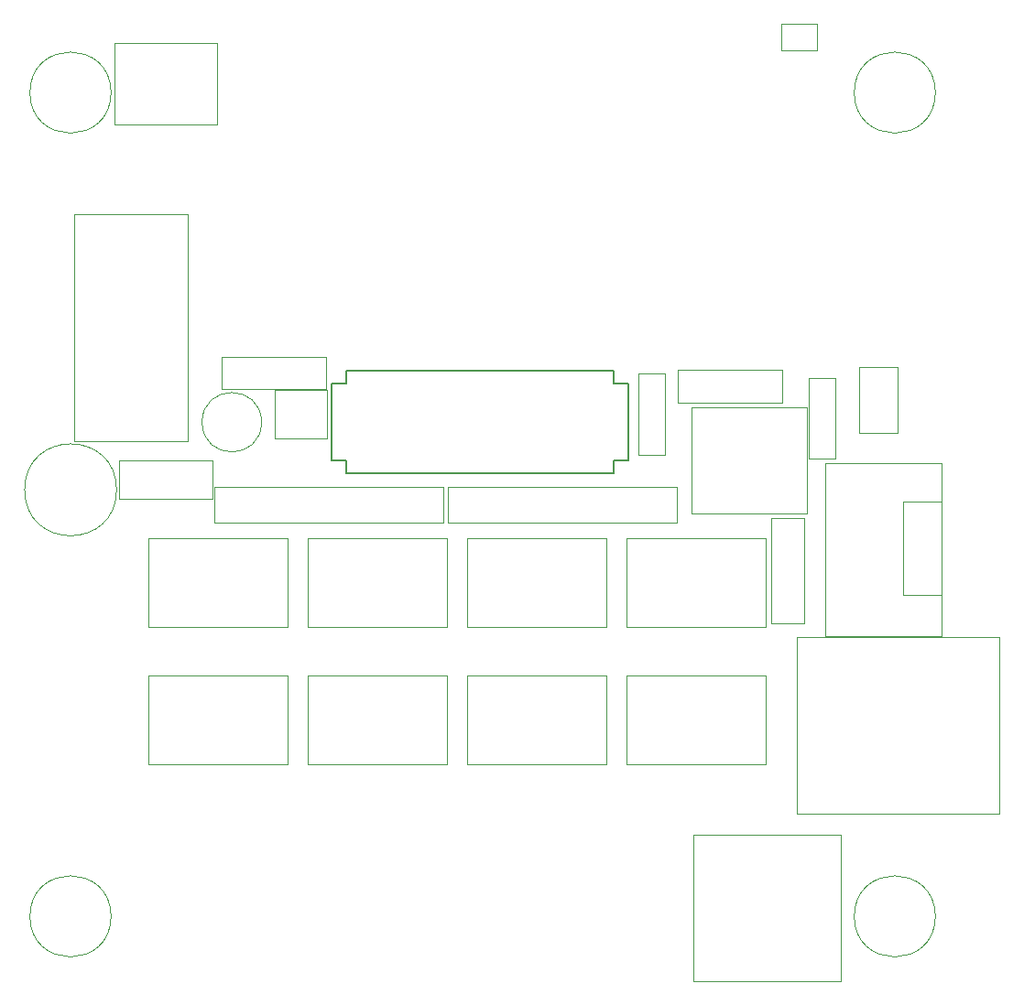
<source format=gbr>
G04 #@! TF.GenerationSoftware,KiCad,Pcbnew,(5.1.9)-1*
G04 #@! TF.CreationDate,2021-05-12T23:26:12-04:00*
G04 #@! TF.ProjectId,ESP32_Controller,45535033-325f-4436-9f6e-74726f6c6c65,v1.2*
G04 #@! TF.SameCoordinates,Original*
G04 #@! TF.FileFunction,Other,User*
%FSLAX46Y46*%
G04 Gerber Fmt 4.6, Leading zero omitted, Abs format (unit mm)*
G04 Created by KiCad (PCBNEW (5.1.9)-1) date 2021-05-12 23:26:12*
%MOMM*%
%LPD*%
G01*
G04 APERTURE LIST*
%ADD10C,0.050000*%
%ADD11C,0.152400*%
G04 APERTURE END LIST*
D10*
X133000000Y-85300000D02*
X124350000Y-85300000D01*
X124350000Y-85300000D02*
X124350000Y-88900000D01*
X124350000Y-88900000D02*
X133000000Y-88900000D01*
X133000000Y-88900000D02*
X133000000Y-85300000D01*
X188858400Y-47439900D02*
X185558400Y-47439900D01*
X188858400Y-47439900D02*
X188858400Y-44939900D01*
X185558400Y-44939900D02*
X185558400Y-47439900D01*
X185558400Y-44939900D02*
X188858400Y-44939900D01*
X200428000Y-97812000D02*
X196878000Y-97812000D01*
X196878000Y-97812000D02*
X196878000Y-89162000D01*
X196878000Y-89162000D02*
X200428000Y-89162000D01*
X200428000Y-89162000D02*
X200428000Y-97812000D01*
X186992000Y-118010000D02*
X186992000Y-101700000D01*
X186992000Y-118010000D02*
X205732000Y-118010000D01*
X205732000Y-101700000D02*
X186992000Y-101700000D01*
X205732000Y-101700000D02*
X205732000Y-118010000D01*
X175988000Y-76986000D02*
X175988000Y-79986000D01*
X175988000Y-79986000D02*
X185708000Y-79986000D01*
X185708000Y-79986000D02*
X185708000Y-76986000D01*
X185708000Y-76986000D02*
X175988000Y-76986000D01*
X138753200Y-78826800D02*
X138753200Y-83326800D01*
X138753200Y-83326800D02*
X143603200Y-83326800D01*
X143603200Y-83326800D02*
X143603200Y-78826800D01*
X143603200Y-78826800D02*
X138753200Y-78826800D01*
X143544000Y-78754100D02*
X143544000Y-75754100D01*
X143544000Y-75754100D02*
X133824000Y-75754100D01*
X133824000Y-75754100D02*
X133824000Y-78754100D01*
X133824000Y-78754100D02*
X143544000Y-78754100D01*
X192764000Y-82786000D02*
X192764000Y-76686000D01*
X196314000Y-82786000D02*
X192764000Y-82786000D01*
X196314000Y-76686000D02*
X196314000Y-82786000D01*
X192764000Y-76686000D02*
X196314000Y-76686000D01*
X133476000Y-47010000D02*
X133476000Y-54010000D01*
X133226000Y-54260000D02*
X124226000Y-54260000D01*
X123976000Y-54010000D02*
X123976000Y-47010000D01*
X124226000Y-46760000D02*
X133226000Y-46760000D01*
X123976000Y-54260000D02*
X124226000Y-54260000D01*
X123976000Y-54010000D02*
X123976000Y-54260000D01*
X123976000Y-46760000D02*
X124226000Y-46760000D01*
X123976000Y-47010000D02*
X123976000Y-46760000D01*
X133476000Y-46760000D02*
X133476000Y-47010000D01*
X133226000Y-46760000D02*
X133476000Y-46760000D01*
X133476000Y-54260000D02*
X133476000Y-54010000D01*
X133226000Y-54260000D02*
X133476000Y-54260000D01*
X187986000Y-80434000D02*
X177286000Y-80434000D01*
X177286000Y-80434000D02*
X177286000Y-90234000D01*
X177286000Y-90234000D02*
X187986000Y-90234000D01*
X187986000Y-90234000D02*
X187986000Y-80434000D01*
X184682000Y-100364000D02*
X187682000Y-100364000D01*
X187682000Y-100364000D02*
X187682000Y-90644000D01*
X187682000Y-90644000D02*
X184682000Y-90644000D01*
X184682000Y-90644000D02*
X184682000Y-100364000D01*
X189616000Y-101552000D02*
X200426000Y-101552000D01*
X200426000Y-101552000D02*
X200426000Y-85552000D01*
X200426000Y-85552000D02*
X189616000Y-85552000D01*
X189616000Y-85552000D02*
X189616000Y-101552000D01*
X188107000Y-85197000D02*
X190607000Y-85197000D01*
X190607000Y-85197000D02*
X190607000Y-77697000D01*
X190607000Y-77697000D02*
X188107000Y-77697000D01*
X188107000Y-77697000D02*
X188107000Y-85197000D01*
X120226000Y-62586000D02*
X120226000Y-83546000D01*
X120226000Y-83546000D02*
X130726000Y-83546000D01*
X130726000Y-83546000D02*
X130726000Y-62586000D01*
X130726000Y-62586000D02*
X120226000Y-62586000D01*
X127098000Y-105232000D02*
X127098000Y-113482000D01*
X127098000Y-113482000D02*
X139998000Y-113482000D01*
X139998000Y-113482000D02*
X139998000Y-105232000D01*
X139998000Y-105232000D02*
X127098000Y-105232000D01*
X156562000Y-105232000D02*
X156562000Y-113482000D01*
X156562000Y-113482000D02*
X169462000Y-113482000D01*
X169462000Y-113482000D02*
X169462000Y-105232000D01*
X169462000Y-105232000D02*
X156562000Y-105232000D01*
X141830000Y-105232000D02*
X141830000Y-113482000D01*
X141830000Y-113482000D02*
X154730000Y-113482000D01*
X154730000Y-113482000D02*
X154730000Y-105232000D01*
X154730000Y-105232000D02*
X141830000Y-105232000D01*
X171294000Y-105232000D02*
X171294000Y-113482000D01*
X171294000Y-113482000D02*
X184194000Y-113482000D01*
X184194000Y-113482000D02*
X184194000Y-105232000D01*
X184194000Y-105232000D02*
X171294000Y-105232000D01*
X154764000Y-87758000D02*
X154764000Y-91058000D01*
X154764000Y-91058000D02*
X175964000Y-91058000D01*
X175964000Y-91058000D02*
X175964000Y-87758000D01*
X175964000Y-87758000D02*
X154764000Y-87758000D01*
X133174000Y-87758000D02*
X133174000Y-91058000D01*
X133174000Y-91058000D02*
X154374000Y-91058000D01*
X154374000Y-91058000D02*
X154374000Y-87758000D01*
X154374000Y-87758000D02*
X133174000Y-87758000D01*
X172359000Y-84816000D02*
X174859000Y-84816000D01*
X174859000Y-84816000D02*
X174859000Y-77316000D01*
X174859000Y-77316000D02*
X172359000Y-77316000D01*
X172359000Y-77316000D02*
X172359000Y-84816000D01*
X123638000Y-51308000D02*
G75*
G03*
X123638000Y-51308000I-3750000J0D01*
G01*
X123638000Y-127508000D02*
G75*
G03*
X123638000Y-127508000I-3750000J0D01*
G01*
X199838000Y-51308000D02*
G75*
G03*
X199838000Y-51308000I-3750000J0D01*
G01*
X199838000Y-127508000D02*
G75*
G03*
X199838000Y-127508000I-3750000J0D01*
G01*
X124150000Y-88050000D02*
G75*
G03*
X124150000Y-88050000I-4250000J0D01*
G01*
D11*
X145402300Y-86499700D02*
X170065700Y-86499700D01*
X170065700Y-86499700D02*
X170065700Y-85344000D01*
X170065700Y-85344000D02*
X171450000Y-85344000D01*
X171450000Y-85344000D02*
X171450000Y-78232000D01*
X171450000Y-78232000D02*
X170065700Y-78232000D01*
X170065700Y-78232000D02*
X170065700Y-77076300D01*
X170065700Y-77076300D02*
X145402300Y-77076300D01*
X145402300Y-77076300D02*
X145402300Y-78232000D01*
X145402300Y-78232000D02*
X144018000Y-78232000D01*
X144018000Y-78232000D02*
X144018000Y-85344000D01*
X144018000Y-85344000D02*
X145402300Y-85344000D01*
X145402300Y-85344000D02*
X145402300Y-86499700D01*
D10*
X171294000Y-92532000D02*
X171294000Y-100782000D01*
X171294000Y-100782000D02*
X184194000Y-100782000D01*
X184194000Y-100782000D02*
X184194000Y-92532000D01*
X184194000Y-92532000D02*
X171294000Y-92532000D01*
X177422000Y-119968000D02*
X177422000Y-133468000D01*
X177422000Y-133468000D02*
X191132000Y-133468000D01*
X191132000Y-133468000D02*
X191132000Y-119968000D01*
X191132000Y-119968000D02*
X177422000Y-119968000D01*
X156562000Y-92532000D02*
X156562000Y-100782000D01*
X156562000Y-100782000D02*
X169462000Y-100782000D01*
X169462000Y-100782000D02*
X169462000Y-92532000D01*
X169462000Y-92532000D02*
X156562000Y-92532000D01*
X141830000Y-92532000D02*
X141830000Y-100782000D01*
X141830000Y-100782000D02*
X154730000Y-100782000D01*
X154730000Y-100782000D02*
X154730000Y-92532000D01*
X154730000Y-92532000D02*
X141830000Y-92532000D01*
X127098000Y-92532000D02*
X127098000Y-100782000D01*
X127098000Y-100782000D02*
X139998000Y-100782000D01*
X139998000Y-100782000D02*
X139998000Y-92532000D01*
X139998000Y-92532000D02*
X127098000Y-92532000D01*
X137550000Y-81800000D02*
G75*
G03*
X137550000Y-81800000I-2750000J0D01*
G01*
M02*

</source>
